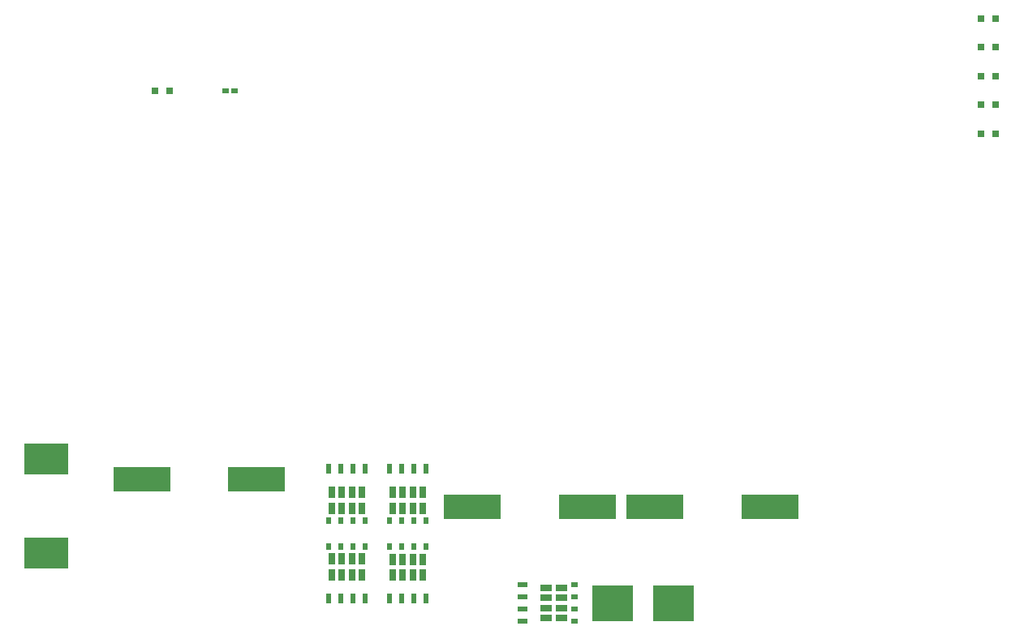
<source format=gtp>
G04*
G04 #@! TF.GenerationSoftware,Altium Limited,Altium Designer,24.1.2 (44)*
G04*
G04 Layer_Color=8421504*
%FSLAX44Y44*%
%MOMM*%
G71*
G04*
G04 #@! TF.SameCoordinates,2E5B26B1-033E-4B1C-A529-2162076C627E*
G04*
G04*
G04 #@! TF.FilePolarity,Positive*
G04*
G01*
G75*
%ADD17R,0.7460X1.2940*%
%ADD18R,0.5080X0.7660*%
%ADD19R,0.5620X1.0720*%
%ADD20R,0.5620X1.0720*%
%ADD21R,1.0720X0.5620*%
%ADD22R,1.0720X0.5620*%
%ADD23R,0.7660X0.5080*%
%ADD24R,1.2940X0.7460*%
%ADD25R,4.6100X3.2500*%
%ADD26R,4.2418X3.8100*%
%ADD27R,0.8000X0.8000*%
%ADD28R,6.0000X2.6000*%
%ADD29R,0.7000X0.6000*%
D17*
X428978Y95473D02*
D03*
X439438D02*
D03*
X449885Y95460D02*
D03*
X418505D02*
D03*
X428978Y79033D02*
D03*
X439438D02*
D03*
X449885Y79020D02*
D03*
X418505D02*
D03*
X354855Y79242D02*
D03*
X386235D02*
D03*
X375775D02*
D03*
X365315D02*
D03*
X354855Y95682D02*
D03*
X386235D02*
D03*
X375775D02*
D03*
X365315D02*
D03*
X375774Y148891D02*
D03*
X365314D02*
D03*
X354855Y148892D02*
D03*
X386235D02*
D03*
X375774Y165331D02*
D03*
X365314D02*
D03*
X354855Y165332D02*
D03*
X386235D02*
D03*
X449898Y165331D02*
D03*
X418520D02*
D03*
X428965Y165345D02*
D03*
X439425D02*
D03*
X449898Y148893D02*
D03*
X418520D02*
D03*
X428965Y148906D02*
D03*
X439425D02*
D03*
D18*
X427845Y108633D02*
D03*
X440545D02*
D03*
X453245D02*
D03*
X415145D02*
D03*
X351508Y108842D02*
D03*
X389608D02*
D03*
X376908D02*
D03*
X364208D02*
D03*
X376896Y135745D02*
D03*
X364196D02*
D03*
X351496D02*
D03*
X389596D02*
D03*
X453245Y135731D02*
D03*
X415145D02*
D03*
X427845D02*
D03*
X440545D02*
D03*
D19*
X427845Y54232D02*
D03*
X364195Y54440D02*
D03*
X376895Y190133D02*
D03*
X440545Y190133D02*
D03*
D20*
X440545Y54233D02*
D03*
X453245D02*
D03*
X415145D02*
D03*
X351508Y54442D02*
D03*
X389608D02*
D03*
X376908D02*
D03*
X364196Y190145D02*
D03*
X351496D02*
D03*
X389596D02*
D03*
X453245Y190131D02*
D03*
X415145D02*
D03*
X427845D02*
D03*
D21*
X553700Y69050D02*
D03*
Y30950D02*
D03*
Y43650D02*
D03*
D22*
X553698Y56350D02*
D03*
D23*
X608100Y69050D02*
D03*
Y30950D02*
D03*
Y43650D02*
D03*
Y56350D02*
D03*
D24*
X578500Y65690D02*
D03*
Y34310D02*
D03*
X578500Y44770D02*
D03*
Y55230D02*
D03*
X594940Y65690D02*
D03*
Y34310D02*
D03*
X594940Y44770D02*
D03*
Y55230D02*
D03*
D25*
X57150Y102330D02*
D03*
Y199930D02*
D03*
D26*
X711327Y49530D02*
D03*
X647573D02*
D03*
D27*
X1047500Y660000D02*
D03*
X1032500D02*
D03*
X185700Y585000D02*
D03*
X170700D02*
D03*
X1032500Y540000D02*
D03*
X1047500D02*
D03*
X1032500Y570000D02*
D03*
X1047500D02*
D03*
X1032500Y600000D02*
D03*
X1047500D02*
D03*
X1032500Y630000D02*
D03*
X1047500D02*
D03*
D28*
X276620Y179000D02*
D03*
X156620D02*
D03*
X691840Y149860D02*
D03*
X811840D02*
D03*
X621340D02*
D03*
X501340D02*
D03*
D29*
X253047Y585000D02*
D03*
X244047D02*
D03*
M02*

</source>
